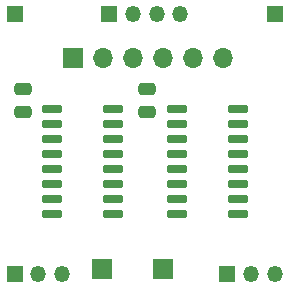
<source format=gbr>
%TF.GenerationSoftware,KiCad,Pcbnew,8.0.3*%
%TF.CreationDate,2024-07-13T19:45:59+02:00*%
%TF.ProjectId,Shift Register Board,53686966-7420-4526-9567-697374657220,rev?*%
%TF.SameCoordinates,Original*%
%TF.FileFunction,Soldermask,Bot*%
%TF.FilePolarity,Negative*%
%FSLAX46Y46*%
G04 Gerber Fmt 4.6, Leading zero omitted, Abs format (unit mm)*
G04 Created by KiCad (PCBNEW 8.0.3) date 2024-07-13 19:45:59*
%MOMM*%
%LPD*%
G01*
G04 APERTURE LIST*
G04 Aperture macros list*
%AMRoundRect*
0 Rectangle with rounded corners*
0 $1 Rounding radius*
0 $2 $3 $4 $5 $6 $7 $8 $9 X,Y pos of 4 corners*
0 Add a 4 corners polygon primitive as box body*
4,1,4,$2,$3,$4,$5,$6,$7,$8,$9,$2,$3,0*
0 Add four circle primitives for the rounded corners*
1,1,$1+$1,$2,$3*
1,1,$1+$1,$4,$5*
1,1,$1+$1,$6,$7*
1,1,$1+$1,$8,$9*
0 Add four rect primitives between the rounded corners*
20,1,$1+$1,$2,$3,$4,$5,0*
20,1,$1+$1,$4,$5,$6,$7,0*
20,1,$1+$1,$6,$7,$8,$9,0*
20,1,$1+$1,$8,$9,$2,$3,0*%
G04 Aperture macros list end*
%ADD10RoundRect,0.250000X0.475000X-0.250000X0.475000X0.250000X-0.475000X0.250000X-0.475000X-0.250000X0*%
%ADD11R,1.350000X1.350000*%
%ADD12O,1.350000X1.350000*%
%ADD13R,1.700000X1.700000*%
%ADD14O,1.700000X1.700000*%
%ADD15RoundRect,0.150000X0.725000X0.150000X-0.725000X0.150000X-0.725000X-0.150000X0.725000X-0.150000X0*%
G04 APERTURE END LIST*
D10*
%TO.C,C2*%
X63200000Y-70149999D03*
X63200000Y-68250001D03*
%TD*%
%TO.C,C1*%
X52700000Y-70149999D03*
X52700000Y-68250001D03*
%TD*%
D11*
%TO.C,J5*%
X74000000Y-61900000D03*
%TD*%
%TO.C,J4*%
X52000000Y-61900000D03*
%TD*%
%TO.C,J2*%
X70000000Y-83900000D03*
D12*
X72000000Y-83900000D03*
X74000000Y-83900000D03*
%TD*%
D11*
%TO.C,J1*%
X59999999Y-61900000D03*
D12*
X61999999Y-61900000D03*
X63999999Y-61900000D03*
X65999999Y-61900000D03*
%TD*%
D11*
%TO.C,J3*%
X52000000Y-83900000D03*
D12*
X54000000Y-83900000D03*
X56000000Y-83900000D03*
%TD*%
D13*
%TO.C,J6*%
X56900000Y-65600000D03*
D14*
X59440000Y-65600000D03*
X61979999Y-65600000D03*
X64520000Y-65600000D03*
X67060000Y-65600000D03*
X69600000Y-65600000D03*
%TD*%
D13*
%TO.C,J8*%
X64500000Y-83500000D03*
%TD*%
%TO.C,J7*%
X59400000Y-83500000D03*
%TD*%
D15*
%TO.C,U2*%
X60275000Y-69955000D03*
X60275000Y-71225000D03*
X60275000Y-72495000D03*
X60275000Y-73765000D03*
X60275000Y-75035000D03*
X60275000Y-76305000D03*
X60275000Y-77575000D03*
X60275000Y-78845000D03*
X55125000Y-78845000D03*
X55125000Y-77575000D03*
X55125000Y-76305000D03*
X55125000Y-75035000D03*
X55125000Y-73765000D03*
X55125000Y-72495000D03*
X55125000Y-71225000D03*
X55125000Y-69955000D03*
%TD*%
%TO.C,U1*%
X70875000Y-69955000D03*
X70875000Y-71225000D03*
X70875000Y-72495000D03*
X70875000Y-73765000D03*
X70875000Y-75035000D03*
X70875000Y-76305000D03*
X70875000Y-77575000D03*
X70875000Y-78845000D03*
X65725000Y-78845000D03*
X65725000Y-77575000D03*
X65725000Y-76305000D03*
X65725000Y-75035000D03*
X65725000Y-73765000D03*
X65725000Y-72495000D03*
X65725000Y-71225000D03*
X65725000Y-69955000D03*
%TD*%
M02*

</source>
